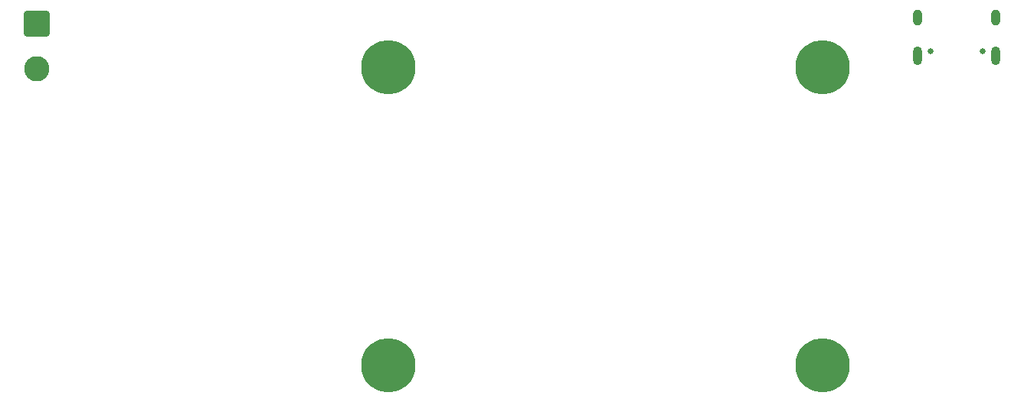
<source format=gbr>
%TF.GenerationSoftware,KiCad,Pcbnew,9.0.3*%
%TF.CreationDate,2025-11-10T23:22:15+01:00*%
%TF.ProjectId,AESS-PCB,41455353-2d50-4434-922e-6b696361645f,rev?*%
%TF.SameCoordinates,Original*%
%TF.FileFunction,Soldermask,Bot*%
%TF.FilePolarity,Negative*%
%FSLAX46Y46*%
G04 Gerber Fmt 4.6, Leading zero omitted, Abs format (unit mm)*
G04 Created by KiCad (PCBNEW 9.0.3) date 2025-11-10 23:22:15*
%MOMM*%
%LPD*%
G01*
G04 APERTURE LIST*
G04 Aperture macros list*
%AMRoundRect*
0 Rectangle with rounded corners*
0 $1 Rounding radius*
0 $2 $3 $4 $5 $6 $7 $8 $9 X,Y pos of 4 corners*
0 Add a 4 corners polygon primitive as box body*
4,1,4,$2,$3,$4,$5,$6,$7,$8,$9,$2,$3,0*
0 Add four circle primitives for the rounded corners*
1,1,$1+$1,$2,$3*
1,1,$1+$1,$4,$5*
1,1,$1+$1,$6,$7*
1,1,$1+$1,$8,$9*
0 Add four rect primitives between the rounded corners*
20,1,$1+$1,$2,$3,$4,$5,0*
20,1,$1+$1,$4,$5,$6,$7,0*
20,1,$1+$1,$6,$7,$8,$9,0*
20,1,$1+$1,$8,$9,$2,$3,0*%
G04 Aperture macros list end*
%ADD10O,1.000000X1.800000*%
%ADD11O,1.000000X2.100000*%
%ADD12C,0.650000*%
%ADD13RoundRect,0.250001X-1.149999X1.149999X-1.149999X-1.149999X1.149999X-1.149999X1.149999X1.149999X0*%
%ADD14C,2.800000*%
%ADD15C,6.004000*%
G04 APERTURE END LIST*
D10*
%TO.C,J2*%
X120490000Y-15120000D03*
D11*
X120490000Y-19300000D03*
D10*
X129130000Y-15120000D03*
D11*
X129130000Y-19300000D03*
D12*
X121920000Y-18800000D03*
X127700000Y-18800000D03*
%TD*%
D13*
%TO.C,J3*%
X23182500Y-15750000D03*
D14*
X23182500Y-20750000D03*
%TD*%
D15*
%TO.C,U1*%
X62050000Y-20607500D03*
X62050000Y-53607500D03*
X110050000Y-20607500D03*
X110050000Y-53607500D03*
%TD*%
M02*

</source>
